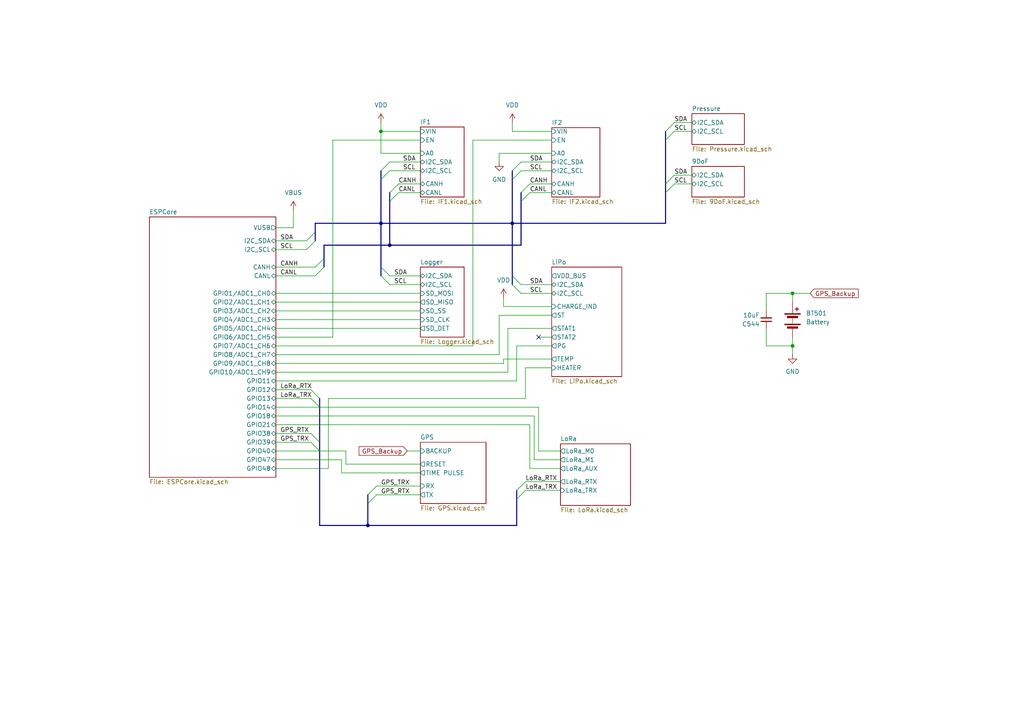
<source format=kicad_sch>
(kicad_sch (version 20231120) (generator "eeschema") (generator_version "8.0")
  (paper "A4")
  (lib_symbols
    (symbol "Device:Battery" (pin_numbers hide) (pin_names (offset 0) hide)
      (property "Reference" "BT" (at 2.54 2.54 0))
      (property "Value" "Battery" (at 2.54 0 0))
      (symbol "Battery_0_1"
        (rectangle (start -2.286 -1.27) (end 2.286 -1.524) (fill (type outline)))
        (rectangle (start -2.286 1.778) (end 2.286 1.524) (fill (type outline)))
        (rectangle (start -1.524 -2.032) (end 1.524 -2.54) (fill (type outline)))
        (rectangle (start -1.524 1.016) (end 1.524 0.508) (fill (type outline)))
        (polyline (pts (xy 0 -1.016) (xy 0 -0.762)))
        (polyline (pts (xy 0 -0.508) (xy 0 -0.254)))
        (polyline (pts (xy 0 0) (xy 0 0.254)))
        (polyline (pts (xy 0 1.778) (xy 0 2.54)))
        (polyline (pts (xy 0.762 3.048) (xy 1.778 3.048)) (stroke (width 0.254)))
        (polyline (pts (xy 1.27 3.556) (xy 1.27 2.54)) (stroke (width 0.254)))
      )
      (symbol "Battery_1_1"
        (pin passive line (at 0 5.08 270) (length 2.54) (name "+") (number "1"))
        (pin passive line (at 0 -5.08 90) (length 2.54) (name "-") (number "2"))
      )
    )
    (symbol "Device:C_Small" (pin_numbers hide) (pin_names (offset 0.254) hide)
      (property "Reference" "C" (at 0.254 1.778 0))
      (property "Value" "C_Small" (at 0.254 -2.032 0))
      (symbol "C_Small_0_1"
        (polyline (pts (xy -1.524 -0.508) (xy 1.524 -0.508)) (stroke (width 0.3302)))
        (polyline (pts (xy -1.524 0.508) (xy 1.524 0.508)) (stroke (width 0.3048)))
      )
      (symbol "C_Small_1_1"
        (pin passive line (at 0 2.54 270) (length 2.032) (name "~") (number "1"))
        (pin passive line (at 0 -2.54 90) (length 2.032) (name "~") (number "2"))
      )
    )
    (symbol "power:GND" (power) (pin_numbers hide) (pin_names (offset 0) hide)
      (property "Value" "GND" (at 0 -3.81 0))
      (symbol "GND_0_1"
        (polyline (pts (xy 0 0) (xy 0 -1.27) (xy 1.27 -1.27) (xy 0 -2.54) (xy -1.27 -1.27) (xy 0 -1.27)))
      )
      (symbol "GND_1_1"
        (pin power_in line (at 0 0 270) (length 0) (name "~") (number "1"))
      )
    )
    (symbol "power:VBUS" (power) (pin_numbers hide) (pin_names (offset 0) hide)
      (property "Value" "VBUS" (at 0 3.556 0))
      (symbol "VBUS_0_1"
        (polyline (pts (xy -0.762 1.27) (xy 0 2.54)))
        (polyline (pts (xy 0 0) (xy 0 2.54)))
        (polyline (pts (xy 0 2.54) (xy 0.762 1.27)))
      )
      (symbol "VBUS_1_1"
        (pin power_in line (at 0 0 90) (length 0) (name "~") (number "1"))
      )
    )
    (symbol "power:VDD" (power) (pin_numbers hide) (pin_names (offset 0) hide)
      (property "Value" "VDD" (at 0 3.556 0))
      (symbol "VDD_0_1"
        (polyline (pts (xy -0.762 1.27) (xy 0 2.54)))
        (polyline (pts (xy 0 0) (xy 0 2.54)))
        (polyline (pts (xy 0 2.54) (xy 0.762 1.27)))
      )
      (symbol "VDD_1_1"
        (pin power_in line (at 0 0 90) (length 0) (name "~") (number "1"))
      )
    )
  )
  (junction (at 148.59 64.77))
  (junction (at 229.87 85.09))
  (junction (at 110.49 38.1))
  (junction (at 110.49 64.77))
  (junction (at 106.68 152.4))
  (junction (at 113.03 71.12))
  (junction (at 229.87 100.33))
  (no_connect (at 156.21 97.79))
  (bus_entry (at 149.86 144.78) (size 2.54 -2.54))
  (bus_entry (at 110.49 80.01) (size 2.54 2.54))
  (bus_entry (at 90.17 115.57) (size 2.54 2.54))
  (bus_entry (at 90.17 125.73) (size 2.54 2.54))
  (bus_entry (at 148.59 80.01) (size 2.54 2.54))
  (bus_entry (at 113.03 49.53) (size -2.54 2.54))
  (bus_entry (at 91.44 77.47) (size 2.54 -2.54))
  (bus_entry (at 88.9 72.39) (size 2.54 -2.54))
  (bus_entry (at 113.03 46.99) (size -2.54 2.54))
  (bus_entry (at 151.13 49.53) (size -2.54 2.54))
  (bus_entry (at 148.59 82.55) (size 2.54 2.54))
  (bus_entry (at 151.13 46.99) (size -2.54 2.54))
  (bus_entry (at 193.04 40.64) (size 2.54 -2.54))
  (bus_entry (at 90.17 113.03) (size 2.54 2.54))
  (bus_entry (at 115.57 55.88) (size -2.54 2.54))
  (bus_entry (at 88.9 69.85) (size 2.54 -2.54))
  (bus_entry (at 106.68 146.05) (size 2.54 -2.54))
  (bus_entry (at 153.67 53.34) (size -2.54 2.54))
  (bus_entry (at 90.17 128.27) (size 2.54 2.54))
  (bus_entry (at 149.86 142.24) (size 2.54 -2.54))
  (bus_entry (at 153.67 55.88) (size -2.54 2.54))
  (bus_entry (at 193.04 38.1) (size 2.54 -2.54))
  (bus_entry (at 193.04 55.88) (size 2.54 -2.54))
  (bus_entry (at 106.68 143.51) (size 2.54 -2.54))
  (bus_entry (at 91.44 80.01) (size 2.54 -2.54))
  (bus_entry (at 193.04 53.34) (size 2.54 -2.54))
  (bus_entry (at 115.57 53.34) (size -2.54 2.54))
  (bus_entry (at 110.49 77.47) (size 2.54 2.54))
  (wire (pts (xy 80.01 120.65) (xy 154.94 120.65)))
  (wire (pts (xy 80.01 95.25) (xy 121.92 95.25)))
  (wire (pts (xy 149.86 100.33) (xy 160.02 100.33)))
  (wire (pts (xy 80.01 77.47) (xy 91.44 77.47)))
  (wire (pts (xy 80.01 102.87) (xy 144.78 102.87)))
  (bus (pts (xy 149.86 144.78) (xy 149.86 152.4)))
  (wire (pts (xy 137.16 100.33) (xy 80.01 100.33)))
  (bus (pts (xy 92.71 115.57) (xy 92.71 118.11)))
  (bus (pts (xy 93.98 71.12) (xy 113.03 71.12)))
  (wire (pts (xy 195.58 50.8) (xy 200.66 50.8)))
  (wire (pts (xy 148.59 38.1) (xy 148.59 35.56)))
  (wire (pts (xy 80.01 110.49) (xy 149.86 110.49)))
  (bus (pts (xy 92.71 118.11) (xy 92.71 128.27)))
  (wire (pts (xy 154.94 133.35) (xy 162.56 133.35)))
  (wire (pts (xy 80.01 87.63) (xy 121.92 87.63)))
  (wire (pts (xy 95.25 135.89) (xy 80.01 135.89)))
  (bus (pts (xy 92.71 130.81) (xy 92.71 152.4)))
  (wire (pts (xy 110.49 44.45) (xy 110.49 38.1)))
  (bus (pts (xy 149.86 142.24) (xy 149.86 144.78)))
  (wire (pts (xy 80.01 130.81) (xy 92.71 130.81)))
  (bus (pts (xy 151.13 58.42) (xy 151.13 71.12)))
  (wire (pts (xy 113.03 82.55) (xy 121.92 82.55)))
  (bus (pts (xy 113.03 58.42) (xy 113.03 71.12)))
  (wire (pts (xy 152.4 142.24) (xy 162.56 142.24)))
  (wire (pts (xy 113.03 46.99) (xy 121.92 46.99)))
  (wire (pts (xy 80.01 80.01) (xy 91.44 80.01)))
  (bus (pts (xy 113.03 55.88) (xy 113.03 58.42)))
  (wire (pts (xy 80.01 90.17) (xy 121.92 90.17)))
  (wire (pts (xy 100.33 130.81) (xy 100.33 134.62)))
  (bus (pts (xy 91.44 64.77) (xy 110.49 64.77)))
  (wire (pts (xy 229.87 100.33) (xy 229.87 102.87)))
  (bus (pts (xy 91.44 64.77) (xy 91.44 67.31)))
  (bus (pts (xy 193.04 40.64) (xy 193.04 53.34)))
  (wire (pts (xy 121.92 40.64) (xy 96.52 40.64)))
  (wire (pts (xy 160.02 104.14) (xy 146.05 104.14)))
  (wire (pts (xy 160.02 40.64) (xy 137.16 40.64)))
  (wire (pts (xy 99.06 137.16) (xy 99.06 133.35)))
  (bus (pts (xy 106.68 146.05) (xy 106.68 152.4)))
  (wire (pts (xy 152.4 115.57) (xy 95.25 115.57)))
  (wire (pts (xy 146.05 104.14) (xy 146.05 105.41)))
  (wire (pts (xy 92.71 130.81) (xy 100.33 130.81)))
  (wire (pts (xy 147.32 107.95) (xy 80.01 107.95)))
  (bus (pts (xy 193.04 55.88) (xy 193.04 64.77)))
  (bus (pts (xy 110.49 64.77) (xy 110.49 77.47)))
  (bus (pts (xy 92.71 152.4) (xy 106.68 152.4)))
  (wire (pts (xy 160.02 88.9) (xy 146.05 88.9)))
  (wire (pts (xy 222.25 85.09) (xy 222.25 90.17)))
  (wire (pts (xy 144.78 91.44) (xy 160.02 91.44)))
  (wire (pts (xy 222.25 85.09) (xy 229.87 85.09)))
  (wire (pts (xy 99.06 133.35) (xy 80.01 133.35)))
  (wire (pts (xy 152.4 106.68) (xy 152.4 115.57)))
  (wire (pts (xy 95.25 115.57) (xy 95.25 135.89)))
  (wire (pts (xy 156.21 118.11) (xy 92.71 118.11)))
  (wire (pts (xy 113.03 80.01) (xy 121.92 80.01)))
  (bus (pts (xy 193.04 38.1) (xy 193.04 40.64)))
  (wire (pts (xy 80.01 128.27) (xy 90.17 128.27)))
  (bus (pts (xy 151.13 55.88) (xy 151.13 58.42)))
  (wire (pts (xy 121.92 38.1) (xy 110.49 38.1)))
  (wire (pts (xy 195.58 38.1) (xy 200.66 38.1)))
  (wire (pts (xy 153.67 55.88) (xy 160.02 55.88)))
  (wire (pts (xy 80.01 105.41) (xy 146.05 105.41)))
  (wire (pts (xy 152.4 139.7) (xy 162.56 139.7)))
  (bus (pts (xy 93.98 74.93) (xy 93.98 71.12)))
  (wire (pts (xy 146.05 88.9) (xy 146.05 86.36)))
  (wire (pts (xy 153.67 123.19) (xy 80.01 123.19)))
  (wire (pts (xy 80.01 113.03) (xy 90.17 113.03)))
  (wire (pts (xy 162.56 130.81) (xy 156.21 130.81)))
  (wire (pts (xy 144.78 102.87) (xy 144.78 91.44)))
  (bus (pts (xy 110.49 52.07) (xy 110.49 64.77)))
  (bus (pts (xy 148.59 49.53) (xy 148.59 52.07)))
  (wire (pts (xy 118.11 130.81) (xy 121.92 130.81)))
  (bus (pts (xy 110.49 64.77) (xy 148.59 64.77)))
  (wire (pts (xy 80.01 72.39) (xy 88.9 72.39)))
  (bus (pts (xy 93.98 74.93) (xy 93.98 77.47)))
  (bus (pts (xy 110.49 49.53) (xy 110.49 52.07)))
  (wire (pts (xy 151.13 49.53) (xy 160.02 49.53)))
  (wire (pts (xy 149.86 110.49) (xy 149.86 100.33)))
  (wire (pts (xy 80.01 115.57) (xy 90.17 115.57)))
  (wire (pts (xy 144.78 44.45) (xy 144.78 46.99)))
  (wire (pts (xy 222.25 100.33) (xy 229.87 100.33)))
  (bus (pts (xy 113.03 71.12) (xy 151.13 71.12)))
  (bus (pts (xy 148.59 64.77) (xy 193.04 64.77)))
  (wire (pts (xy 85.09 66.04) (xy 85.09 60.96)))
  (wire (pts (xy 147.32 95.25) (xy 147.32 107.95)))
  (wire (pts (xy 110.49 38.1) (xy 110.49 35.56)))
  (wire (pts (xy 109.22 140.97) (xy 121.92 140.97)))
  (bus (pts (xy 193.04 53.34) (xy 193.04 55.88)))
  (wire (pts (xy 137.16 40.64) (xy 137.16 100.33)))
  (bus (pts (xy 148.59 64.77) (xy 148.59 80.01)))
  (wire (pts (xy 121.92 44.45) (xy 110.49 44.45)))
  (wire (pts (xy 109.22 143.51) (xy 121.92 143.51)))
  (wire (pts (xy 100.33 134.62) (xy 121.92 134.62)))
  (bus (pts (xy 106.68 143.51) (xy 106.68 146.05)))
  (wire (pts (xy 96.52 97.79) (xy 80.01 97.79)))
  (wire (pts (xy 151.13 82.55) (xy 160.02 82.55)))
  (wire (pts (xy 156.21 130.81) (xy 156.21 118.11)))
  (wire (pts (xy 229.87 85.09) (xy 234.95 85.09)))
  (wire (pts (xy 151.13 46.99) (xy 160.02 46.99)))
  (bus (pts (xy 148.59 80.01) (xy 148.59 82.55)))
  (bus (pts (xy 91.44 67.31) (xy 91.44 69.85)))
  (wire (pts (xy 80.01 85.09) (xy 121.92 85.09)))
  (wire (pts (xy 195.58 53.34) (xy 200.66 53.34)))
  (wire (pts (xy 115.57 53.34) (xy 121.92 53.34)))
  (bus (pts (xy 148.59 52.07) (xy 148.59 64.77)))
  (wire (pts (xy 80.01 125.73) (xy 90.17 125.73)))
  (wire (pts (xy 153.67 135.89) (xy 153.67 123.19)))
  (wire (pts (xy 80.01 66.04) (xy 85.09 66.04)))
  (wire (pts (xy 229.87 97.79) (xy 229.87 100.33)))
  (wire (pts (xy 92.71 118.11) (xy 80.01 118.11)))
  (wire (pts (xy 96.52 40.64) (xy 96.52 97.79)))
  (wire (pts (xy 222.25 95.25) (xy 222.25 100.33)))
  (bus (pts (xy 92.71 128.27) (xy 92.71 130.81)))
  (wire (pts (xy 156.21 97.79) (xy 160.02 97.79)))
  (wire (pts (xy 160.02 44.45) (xy 144.78 44.45)))
  (wire (pts (xy 160.02 95.25) (xy 147.32 95.25)))
  (wire (pts (xy 195.58 35.56) (xy 200.66 35.56)))
  (wire (pts (xy 121.92 137.16) (xy 99.06 137.16)))
  (bus (pts (xy 106.68 152.4) (xy 149.86 152.4)))
  (wire (pts (xy 115.57 55.88) (xy 121.92 55.88)))
  (wire (pts (xy 113.03 49.53) (xy 121.92 49.53)))
  (wire (pts (xy 160.02 106.68) (xy 152.4 106.68)))
  (wire (pts (xy 80.01 69.85) (xy 88.9 69.85)))
  (wire (pts (xy 160.02 38.1) (xy 148.59 38.1)))
  (wire (pts (xy 151.13 85.09) (xy 160.02 85.09)))
  (wire (pts (xy 162.56 135.89) (xy 153.67 135.89)))
  (wire (pts (xy 153.67 53.34) (xy 160.02 53.34)))
  (bus (pts (xy 110.49 77.47) (xy 110.49 80.01)))
  (wire (pts (xy 229.87 85.09) (xy 229.87 87.63)))
  (wire (pts (xy 154.94 120.65) (xy 154.94 133.35)))
  (wire (pts (xy 80.01 92.71) (xy 121.92 92.71)))
  (label "GPS_RTX" (at 110.49 143.51 0))
  (label "GPS_TRX" (at 81.28 128.27 0))
  (label "GPS_TRX" (at 110.49 140.97 0))
  (label "SCL" (at 195.58 38.1 0))
  (label "SCL" (at 153.67 49.53 0))
  (label "SDA" (at 195.58 50.8 0))
  (label "CANL" (at 153.67 55.88 0))
  (label "CANL" (at 115.57 55.88 0))
  (label "SDA" (at 81.28 69.85 0))
  (label "SCL" (at 81.28 72.39 0))
  (label "GPS_RTX" (at 81.28 125.73 0))
  (label "CANH" (at 153.67 53.34 0))
  (label "CANH" (at 81.28 77.47 0))
  (label "CANL" (at 81.28 80.01 0))
  (label "LoRa_TRX" (at 81.28 115.57 0))
  (label "SDA" (at 195.58 35.56 0))
  (label "SCL" (at 195.58 53.34 0))
  (label "SDA" (at 114.3 80.01 0))
  (label "SDA" (at 153.67 82.55 0))
  (label "SCL" (at 153.67 85.09 0))
  (label "SDA" (at 153.67 46.99 0))
  (label "SCL" (at 114.3 82.55 0))
  (label "LoRa_TRX" (at 152.4 142.24 0))
  (label "CANH" (at 115.57 53.34 0))
  (label "LoRa_RTX" (at 152.4 139.7 0))
  (label "LoRa_RTX" (at 81.28 113.03 0))
  (label "SDA" (at 116.84 46.99 0))
  (label "SCL" (at 116.84 49.53 0))
  (global_label "GPS_Backup" (shape input) (at 118.11 130.81 180) (property "Intersheetrefs" "${INTERSHEET_REFS}" (effects (hide yes))))
  (global_label "GPS_Backup" (shape input) (at 234.95 85.09 0) (property "Intersheetrefs" "${INTERSHEET_REFS}" (effects (hide yes))))
  (symbol (lib_id "power:VDD") (at 148.59 35.56 0) (unit 1)
    (property "Reference" "#PWR0599" (effects (hide yes)))
    (property "Value" "VDD" (at 148.59 30.48 0))
    (property "Description" "Power symbol creates a global label with name \"VDD\"" (effects (hide yes)))
  )
  (symbol (lib_id "Device:C_Small") (at 222.25 92.71 180) (unit 1)
    (property "Reference" "C544" (at 220.345 93.98 0) (effects (justify left)))
    (property "Value" "10uF" (at 220.345 91.44 0) (effects (justify left)))
    (property "Footprint" "Capacitor_SMD:C_0603_1608Metric" (effects (hide yes)))
    (property "LCSC" "C96446" (effects (hide yes)))
  )
  (symbol (lib_id "power:VBUS") (at 85.09 60.96 0) (unit 1)
    (property "Reference" "#PWR0597" (effects (hide yes)))
    (property "Value" "VBUS" (at 85.09 55.88 0))
    (property "Description" "Power symbol creates a global label with name \"VBUS\"" (effects (hide yes)))
  )
  (symbol (lib_id "power:GND") (at 144.78 46.99 0) (unit 1)
    (property "Reference" "#PWR0600" (effects (hide yes)))
    (property "Value" "GND" (at 144.78 52.07 0))
    (property "Description" "Power symbol creates a global label with name \"GND\" , ground" (effects (hide yes)))
  )
  (symbol (lib_id "power:VDD") (at 146.05 86.36 0) (unit 1)
    (property "Reference" "#PWR0524" (effects (hide yes)))
    (property "Value" "VDD" (at 146.05 81.28 0))
    (property "Description" "Power symbol creates a global label with name \"VDD\"" (effects (hide yes)))
  )
  (symbol (lib_id "Device:Battery") (at 229.87 92.71 0) (unit 1)
    (property "Reference" "BT501" (at 233.7683 90.8684 0) (effects (justify left)))
    (property "Value" "Battery" (at 233.7683 93.4084 0) (effects (justify left)))
    (property "Footprint" "WOBCLibrary:cr1220" (effects (hide yes)))
    (property "Description" "Multiple-cell battery" (effects (hide yes)))
  )
  (symbol (lib_id "power:VDD") (at 110.49 35.56 0) (unit 1)
    (property "Reference" "#PWR0598" (effects (hide yes)))
    (property "Value" "VDD" (at 110.49 30.48 0))
    (property "Description" "Power symbol creates a global label with name \"VDD\"" (effects (hide yes)))
  )
  (symbol (lib_id "power:GND") (at 229.87 102.87 0) (unit 1)
    (property "Reference" "#PWR0596" (effects (hide yes)))
    (property "Value" "GND" (at 229.87 107.7708 0))
    (property "Description" "Power symbol creates a global label with name \"GND\" , ground" (effects (hide yes)))
  )
  (sheet (at 200.66 32.962) (size 15.24 8.948) (stroke (width 0.1524))
    (property "Sheetname" "Pressure" (at 200.66 32.2504 0) (effects (justify left bottom)))
    (property "Sheetfile" "Pressure.kicad_sch" (at 200.66 42.4946 0) (effects (justify left top)))
    (pin "I2C_SCL" bidirectional (at 200.66 38.1 180))
    (pin "I2C_SDA" bidirectional (at 200.66 35.56 180))
  )
  (sheet (at 121.92 36.83) (size 12.7 20.32) (stroke (width 0.1524))
    (property "Sheetname" "IF1" (at 121.92 36.1184 0) (effects (justify left bottom)))
    (property "Sheetfile" "IF1.kicad_sch" (at 121.92 57.7346 0) (effects (justify left top)))
    (pin "A0" input (at 121.92 44.45 180))
    (pin "I2C_SDA" bidirectional (at 121.92 46.99 180))
    (pin "I2C_SCL" bidirectional (at 121.92 49.53 180))
    (pin "EN" input (at 121.92 40.64 180))
    (pin "VIN" input (at 121.92 38.1 180))
    (pin "CANH" bidirectional (at 121.92 53.34 180))
    (pin "CANL" bidirectional (at 121.92 55.88 180))
  )
  (sheet (at 43.3243 62.914) (size 36.6857 75.516) (stroke (width 0.1524))
    (property "Sheetname" "ESPCore" (at 43.3243 62.2024 0) (effects (justify left bottom)))
    (property "Sheetfile" "ESPCore.kicad_sch" (at 43.3243 139.0146 0) (effects (justify left top)))
    (pin "GPIO40" bidirectional (at 80.01 130.81 0))
    (pin "GPIO39" bidirectional (at 80.01 128.27 0))
    (pin "GPIO48" bidirectional (at 80.01 135.89 0))
    (pin "GPIO47" bidirectional (at 80.01 133.35 0))
    (pin "GPIO38" bidirectional (at 80.01 125.73 0))
    (pin "GPIO21" bidirectional (at 80.01 123.19 0))
    (pin "GPIO18" bidirectional (at 80.01 120.65 0))
    (pin "GPIO6{slash}ADC1_CH5" bidirectional (at 80.01 97.79 0))
    (pin "GPIO2{slash}ADC1_CH1" bidirectional (at 80.01 87.63 0))
    (pin "GPIO4{slash}ADC1_CH3" bidirectional (at 80.01 92.71 0))
    (pin "GPIO1{slash}ADC1_CH0" bidirectional (at 80.01 85.09 0))
    (pin "GPIO3{slash}ADC1_CH2" bidirectional (at 80.01 90.17 0))
    (pin "GPIO5{slash}ADC1_CH4" bidirectional (at 80.01 95.25 0))
    (pin "GPIO8{slash}ADC1_CH7" bidirectional (at 80.01 102.87 0))
    (pin "GPIO7{slash}ADC1_CH6" bidirectional (at 80.01 100.33 0))
    (pin "GPIO14" bidirectional (at 80.01 118.11 0))
    (pin "GPIO13" bidirectional (at 80.01 115.57 0))
    (pin "GPIO12" bidirectional (at 80.01 113.03 0))
    (pin "GPIO10{slash}ADC1_CH9" bidirectional (at 80.01 107.95 0))
    (pin "GPIO9{slash}ADC1_CH8" bidirectional (at 80.01 105.41 0))
    (pin "GPIO11" bidirectional (at 80.01 110.49 0))
    (pin "I2C_SDA" bidirectional (at 80.01 69.85 0))
    (pin "VUSB" output (at 80.01 66.04 0))
    (pin "CANH" bidirectional (at 80.01 77.47 0))
    (pin "CANL" bidirectional (at 80.01 80.01 0))
    (pin "I2C_SCL" bidirectional (at 80.01 72.39 0))
  )
  (sheet (at 200.66 48.26) (size 15.24 8.89) (stroke (width 0.1524))
    (property "Sheetname" "9DoF" (at 200.66 47.5484 0) (effects (justify left bottom)))
    (property "Sheetfile" "9DoF.kicad_sch" (at 200.66 57.7346 0) (effects (justify left top)))
    (pin "I2C_SCL" bidirectional (at 200.66 53.34 180))
    (pin "I2C_SDA" bidirectional (at 200.66 50.8 180))
  )
  (sheet (at 121.92 128.27) (size 19.05 17.78) (stroke (width 0.1524))
    (property "Sheetname" "GPS" (at 121.92 127.5584 0) (effects (justify left bottom)))
    (property "Sheetfile" "GPS.kicad_sch" (at 121.92 146.6346 0) (effects (justify left top)))
    (pin "RESET" output (at 121.92 134.62 180))
    (pin "RX" input (at 121.92 140.97 180))
    (pin "TX" output (at 121.92 143.51 180))
    (pin "TIME PULSE" output (at 121.92 137.16 180))
    (pin "BACKUP" input (at 121.92 130.81 180))
  )
  (sheet (at 162.56 128.7229) (size 20.32 17.8571) (stroke (width 0.1524))
    (property "Sheetname" "LoRa" (at 162.56 128.0113 0) (effects (justify left bottom)))
    (property "Sheetfile" "LoRa.kicad_sch" (at 162.56 147.1646 0) (effects (justify left top)))
    (pin "LoRa_M0" output (at 162.56 130.81 180))
    (pin "LoRa_M1" output (at 162.56 133.35 180))
    (pin "LoRa_RTX" output (at 162.56 139.7 180))
    (pin "LoRa_TRX" input (at 162.56 142.24 180))
    (pin "LoRa_AUX" output (at 162.56 135.89 180))
  )
  (sheet (at 121.92 77.4589) (size 12.7 20.3311) (stroke (width 0.1524))
    (property "Sheetname" "Logger" (at 121.92 76.7473 0) (effects (justify left bottom)))
    (property "Sheetfile" "Logger.kicad_sch" (at 121.92 98.3746 0) (effects (justify left top)))
    (pin "SD_DET" output (at 121.92 95.25 180))
    (pin "I2C_SCL" bidirectional (at 121.92 82.55 180))
    (pin "I2C_SDA" bidirectional (at 121.92 80.01 180))
    (pin "SD_MOSI" input (at 121.92 85.09 180))
    (pin "SD_SS" input (at 121.92 90.17 180))
    (pin "SD_CLK" input (at 121.92 92.71 180))
    (pin "SD_MISO" output (at 121.92 87.63 180))
  )
  (sheet (at 160.02 77.47) (size 20.32 31.75) (stroke (width 0.1524))
    (property "Sheetname" "LiPo" (at 160.02 76.7584 0) (effects (justify left bottom)))
    (property "Sheetfile" "LiPo.kicad_sch" (at 160.02 109.8046 0) (effects (justify left top)))
    (pin "I2C_SDA" bidirectional (at 160.02 82.55 180))
    (pin "I2C_SCL" bidirectional (at 160.02 85.09 180))
    (pin "TEMP" output (at 160.02 104.14 180))
    (pin "CHARGE_IND" input (at 160.02 88.9 180))
    (pin "HEATER" input (at 160.02 106.68 180))
    (pin "STAT1" output (at 160.02 95.25 180))
    (pin "STAT2" output (at 160.02 97.79 180))
    (pin "PG" output (at 160.02 100.33 180))
    (pin "ST" output (at 160.02 91.44 180))
    (pin "VDD_BUS" output (at 160.02 80.01 180))
  )
  (sheet (at 160.02 37.0319) (size 13.97 20.1181) (stroke (width 0.1524))
    (property "Sheetname" "IF2" (at 160.02 36.3203 0) (effects (justify left bottom)))
    (property "Sheetfile" "IF2.kicad_sch" (at 160.02 57.7346 0) (effects (justify left top)))
    (pin "CANL" bidirectional (at 160.02 55.88 180))
    (pin "CANH" bidirectional (at 160.02 53.34 180))
    (pin "A0" input (at 160.02 44.45 180))
    (pin "I2C_SDA" bidirectional (at 160.02 46.99 180))
    (pin "I2C_SCL" bidirectional (at 160.02 49.53 180))
    (pin "VIN" input (at 160.02 38.1 180))
    (pin "EN" input (at 160.02 40.64 180))
  )
)
</source>
